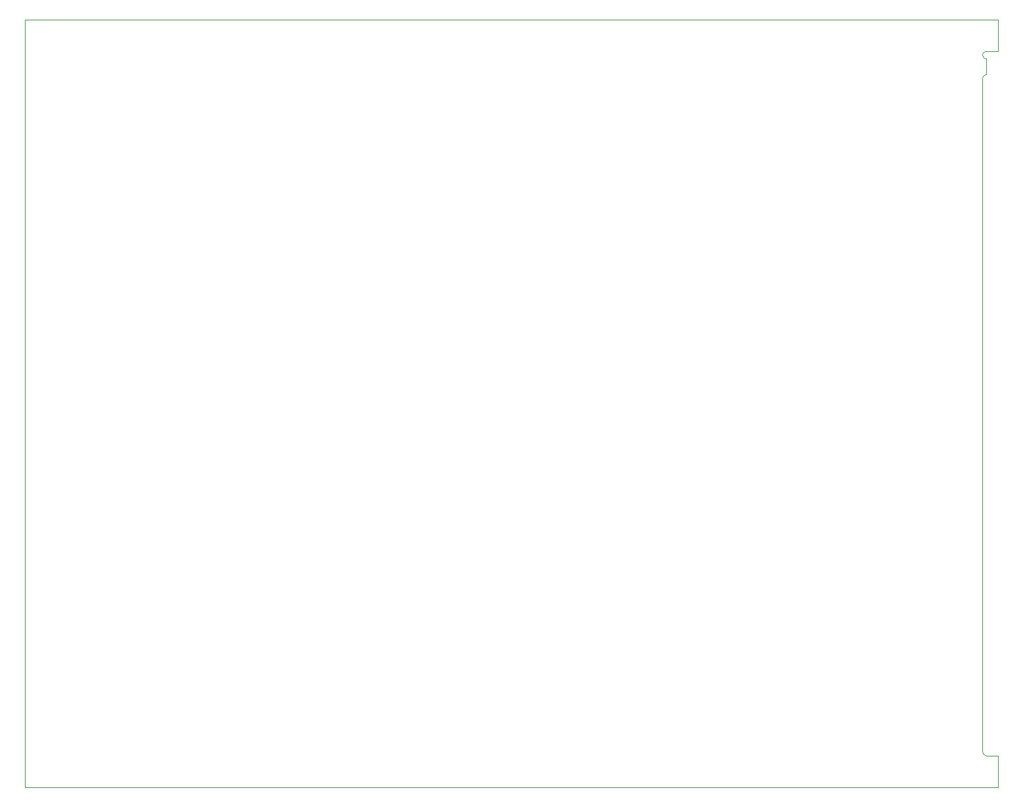
<source format=gbr>
%TF.GenerationSoftware,KiCad,Pcbnew,(5.1.9)-1*%
%TF.CreationDate,2021-09-26T20:12:30+08:00*%
%TF.ProjectId,EX-HX-Combo,45582d48-582d-4436-9f6d-626f2e6b6963,rev?*%
%TF.SameCoordinates,Original*%
%TF.FileFunction,Profile,NP*%
%FSLAX46Y46*%
G04 Gerber Fmt 4.6, Leading zero omitted, Abs format (unit mm)*
G04 Created by KiCad (PCBNEW (5.1.9)-1) date 2021-09-26 20:12:30*
%MOMM*%
%LPD*%
G01*
G04 APERTURE LIST*
%TA.AperFunction,Profile*%
%ADD10C,0.100000*%
%TD*%
G04 APERTURE END LIST*
D10*
X120030000Y-136540000D02*
X245540000Y-136540000D01*
X245540000Y-37540000D02*
X120030000Y-37540000D01*
X244040000Y-132460000D02*
X245540000Y-132460000D01*
X244040000Y-41620000D02*
X245540000Y-41620000D01*
X243540000Y-131960000D02*
X243540000Y-45120000D01*
X245540000Y-41620000D02*
X245540000Y-37540000D01*
X243540000Y-45120000D02*
G75*
G02*
X244040000Y-44620000I500000J0D01*
G01*
X244040000Y-44620000D02*
X244040000Y-42620000D01*
X244040000Y-42620000D02*
G75*
G02*
X244040000Y-41620000I0J500000D01*
G01*
X244040000Y-132460000D02*
G75*
G02*
X243540000Y-131960000I0J500000D01*
G01*
X245540000Y-136540000D02*
X245540000Y-132460000D01*
X120030000Y-136540000D02*
X120030000Y-37540000D01*
M02*

</source>
